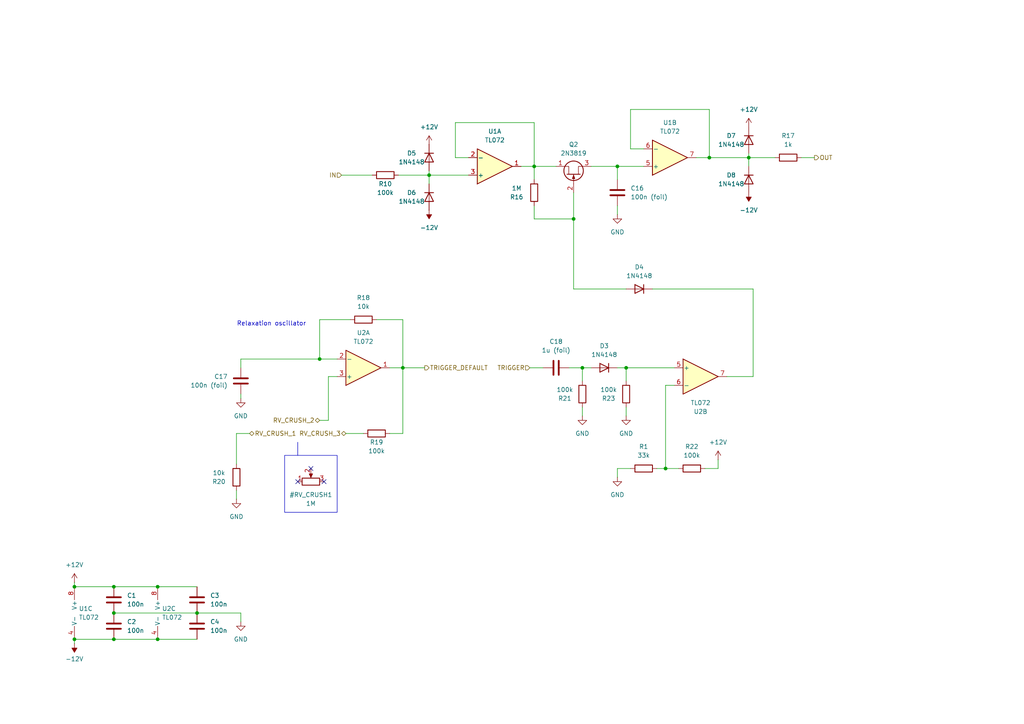
<source format=kicad_sch>
(kicad_sch (version 20250114) (generator "eeschema") (generator_version "9.0")
  (paper "A4")
  (lib_symbols
    (symbol "Amplifier_Operational:TL072" (pin_names (offset 0.127))
      (property "Reference" "U" (at 0 5.08 0))
      (property "Value" "TL072" (at 0 -5.08 0))
      (symbol "TL072_1_1"
        (polyline (pts (xy -5.08 5.08) (xy 5.08 0) (xy -5.08 -5.08) (xy -5.08 5.08)) (stroke (width 0.254)) (fill (type background)))
        (pin input line (at -7.62 2.54 0) (length 2.54) (name "+") (number "3"))
        (pin input line (at -7.62 -2.54 0) (length 2.54) (name "-") (number "2"))
        (pin output line (at 7.62 0 180) (length 2.54) (name "~") (number "1"))
      )
      (symbol "TL072_2_1"
        (polyline (pts (xy -5.08 5.08) (xy 5.08 0) (xy -5.08 -5.08) (xy -5.08 5.08)) (stroke (width 0.254)) (fill (type background)))
        (pin input line (at -7.62 2.54 0) (length 2.54) (name "+") (number "5"))
        (pin input line (at -7.62 -2.54 0) (length 2.54) (name "-") (number "6"))
        (pin output line (at 7.62 0 180) (length 2.54) (name "~") (number "7"))
      )
      (symbol "TL072_3_1"
        (pin power_in line (at -2.54 7.62 270) (length 3.81) (name "V+") (number "8"))
        (pin power_in line (at -2.54 -7.62 90) (length 3.81) (name "V-") (number "4"))
      )
    )
    (symbol "Device:C" (pin_numbers (hide yes)) (pin_names (offset 0.254))
      (property "Reference" "C" (at 0.635 2.54 0))
      (property "Value" "C" (at 0.635 -2.54 0))
      (symbol "C_0_1"
        (polyline (pts (xy -2.032 0.762) (xy 2.032 0.762)) (stroke (width 0.508)))
        (polyline (pts (xy -2.032 -0.762) (xy 2.032 -0.762)) (stroke (width 0.508)))
      )
      (symbol "C_1_1"
        (pin passive line (at 0 3.81 270) (length 2.794) (name "~") (number "1"))
        (pin passive line (at 0 -3.81 90) (length 2.794) (name "~") (number "2"))
      )
    )
    (symbol "Device:D" (pin_numbers (hide yes)) (pin_names (offset 1.016) (hide yes))
      (property "Reference" "D" (at 0 2.54 0))
      (property "Value" "D" (at 0 -2.54 0))
      (symbol "D_0_1"
        (polyline (pts (xy -1.27 1.27) (xy -1.27 -1.27)) (stroke (width 0.254)))
        (polyline (pts (xy 1.27 1.27) (xy 1.27 -1.27) (xy -1.27 0) (xy 1.27 1.27)) (stroke (width 0.254)))
        (polyline (pts (xy 1.27 0) (xy -1.27 0)))
      )
      (symbol "D_1_1"
        (pin passive line (at -3.81 0 0) (length 2.54) (name "K") (number "1"))
        (pin passive line (at 3.81 0 180) (length 2.54) (name "A") (number "2"))
      )
    )
    (symbol "Device:R" (pin_numbers (hide yes)) (pin_names (offset 0))
      (property "Reference" "R" (at 2.032 0 90))
      (property "Value" "R" (at 0 0 90))
      (symbol "R_0_1"
        (rectangle (start -1.016 -2.54) (end 1.016 2.54) (stroke (width 0.254)))
      )
      (symbol "R_1_1"
        (pin passive line (at 0 3.81 270) (length 1.27) (name "~") (number "1"))
        (pin passive line (at 0 -3.81 90) (length 1.27) (name "~") (number "2"))
      )
    )
    (symbol "Device:R_Potentiometer" (pin_names (offset 1.016) (hide yes))
      (property "Reference" "RV" (at -4.445 0 90))
      (property "Value" "R_Potentiometer" (at -2.54 0 90))
      (symbol "R_Potentiometer_0_1"
        (rectangle (start 1.016 2.54) (end -1.016 -2.54) (stroke (width 0.254)))
        (polyline (pts (xy 1.143 0) (xy 2.286 0.508) (xy 2.286 -0.508) (xy 1.143 0)) (fill (type outline)))
        (polyline (pts (xy 2.54 0) (xy 1.524 0)))
      )
      (symbol "R_Potentiometer_1_1"
        (pin passive line (at 0 3.81 270) (length 1.27) (name "1") (number "1"))
        (pin passive line (at 0 -3.81 90) (length 1.27) (name "3") (number "3"))
        (pin passive line (at 3.81 0 180) (length 1.27) (name "2") (number "2"))
      )
    )
    (symbol "Transistor_FET:2N3819" (pin_names (hide yes))
      (property "Reference" "Q" (at 5.08 1.905 0))
      (property "Value" "2N3819" (at 5.08 0 0))
      (symbol "2N3819_0_1"
        (polyline (pts (xy 0 0) (xy -1.016 0.381) (xy -1.016 -0.381) (xy 0 0)) (fill (type outline)))
        (polyline (pts (xy 0.254 1.905) (xy 0.254 -1.905)) (stroke (width 0.254)))
        (polyline (pts (xy 0.254 0) (xy -2.54 0)))
        (circle (center 1.27 0) (radius 2.8194) (stroke (width 0.254)))
        (polyline (pts (xy 2.54 2.54) (xy 2.54 1.397) (xy 0.254 1.397)))
        (polyline (pts (xy 2.54 -2.54) (xy 2.54 -1.397) (xy 0.254 -1.397)))
      )
      (symbol "2N3819_1_1"
        (pin input line (at -5.08 0 0) (length 2.54) (name "G") (number "2"))
        (pin passive line (at 2.54 5.08 270) (length 2.54) (name "D") (number "1"))
        (pin passive line (at 2.54 -5.08 90) (length 2.54) (name "S") (number "3"))
      )
    )
    (symbol "power:+12V" (power) (pin_numbers (hide yes)) (pin_names (offset 0) (hide yes))
      (property "Value" "+12V" (at 0 3.556 0))
      (symbol "+12V_0_1"
        (polyline (pts (xy -0.762 1.27) (xy 0 2.54)))
        (polyline (pts (xy 0 2.54) (xy 0.762 1.27)))
        (polyline (pts (xy 0 0) (xy 0 2.54)))
      )
      (symbol "+12V_1_1"
        (pin power_in line (at 0 0 90) (length 0) (name "~") (number "1"))
      )
    )
    (symbol "power:-12V" (power) (pin_numbers (hide yes)) (pin_names (offset 0) (hide yes))
      (property "Value" "-12V" (at 0 3.556 0))
      (symbol "-12V_0_0"
        (pin power_in line (at 0 0 90) (length 0) (name "~") (number "1"))
      )
      (symbol "-12V_0_1"
        (polyline (pts (xy 0 0) (xy 0 1.27) (xy 0.762 1.27) (xy 0 2.54) (xy -0.762 1.27) (xy 0 1.27)) (fill (type outline)))
      )
    )
    (symbol "power:GND" (power) (pin_numbers (hide yes)) (pin_names (offset 0) (hide yes))
      (property "Value" "GND" (at 0 -3.81 0))
      (symbol "GND_0_1"
        (polyline (pts (xy 0 0) (xy 0 -1.27) (xy 1.27 -1.27) (xy 0 -2.54) (xy -1.27 -1.27) (xy 0 -1.27)))
      )
      (symbol "GND_1_1"
        (pin power_in line (at 0 0 270) (length 0) (name "~") (number "1"))
      )
    )
  )
  (rectangle (start 82.55 132.08) (end 97.79 148.59))
  (text "Relaxation oscillator" (at 78.74 93.98 0) (effects (font (size 1.27 1.27))))
  (junction (at 179.07 48.26))
  (junction (at 45.72 185.42))
  (junction (at 124.46 50.8))
  (junction (at 92.71 104.14))
  (junction (at 217.17 45.72))
  (junction (at 21.59 170.18))
  (junction (at 33.02 185.42))
  (junction (at 21.59 185.42))
  (junction (at 168.91 106.68))
  (junction (at 166.37 63.5))
  (junction (at 45.72 170.18))
  (junction (at 205.74 45.72))
  (junction (at 57.15 177.8))
  (junction (at 116.84 106.68))
  (junction (at 193.04 135.89))
  (junction (at 33.02 170.18))
  (junction (at 154.94 48.26))
  (junction (at 33.02 177.8))
  (junction (at 181.61 106.68))
  (no_connect (at 93.98 139.7))
  (no_connect (at 90.17 135.89))
  (no_connect (at 86.36 139.7))
  (wire (pts (xy 181.61 106.68) (xy 179.07 106.68)))
  (wire (pts (xy 218.44 109.22) (xy 210.82 109.22)))
  (wire (pts (xy 154.94 35.56) (xy 154.94 48.26)))
  (wire (pts (xy 179.07 62.23) (xy 179.07 59.69)))
  (wire (pts (xy 166.37 63.5) (xy 166.37 55.88)))
  (wire (pts (xy 217.17 45.72) (xy 224.79 45.72)))
  (wire (pts (xy 205.74 31.75) (xy 205.74 45.72)))
  (wire (pts (xy 33.02 177.8) (xy 57.15 177.8)))
  (wire (pts (xy 116.84 92.71) (xy 116.84 106.68)))
  (wire (pts (xy 97.79 109.22) (xy 95.25 109.22)))
  (wire (pts (xy 113.03 125.73) (xy 116.84 125.73)))
  (wire (pts (xy 168.91 106.68) (xy 168.91 110.49)))
  (wire (pts (xy 154.94 63.5) (xy 166.37 63.5)))
  (wire (pts (xy 95.25 121.92) (xy 92.71 121.92)))
  (wire (pts (xy 99.06 50.8) (xy 107.95 50.8)))
  (wire (pts (xy 236.22 45.72) (xy 232.41 45.72)))
  (polyline (pts (xy 86.36 128.27) (xy 86.36 132.08)))
  (wire (pts (xy 218.44 109.22) (xy 218.44 83.82)))
  (wire (pts (xy 45.72 170.18) (xy 57.15 170.18)))
  (wire (pts (xy 116.84 125.73) (xy 116.84 106.68)))
  (wire (pts (xy 182.88 43.18) (xy 182.88 31.75)))
  (wire (pts (xy 166.37 83.82) (xy 181.61 83.82)))
  (wire (pts (xy 132.08 35.56) (xy 154.94 35.56)))
  (wire (pts (xy 168.91 120.65) (xy 168.91 118.11)))
  (wire (pts (xy 21.59 168.91) (xy 21.59 170.18)))
  (wire (pts (xy 190.5 135.89) (xy 193.04 135.89)))
  (wire (pts (xy 72.39 125.73) (xy 68.58 125.73)))
  (wire (pts (xy 116.84 106.68) (xy 123.19 106.68)))
  (wire (pts (xy 182.88 135.89) (xy 179.07 135.89)))
  (wire (pts (xy 69.85 115.57) (xy 69.85 114.3)))
  (wire (pts (xy 92.71 92.71) (xy 92.71 104.14)))
  (wire (pts (xy 21.59 185.42) (xy 33.02 185.42)))
  (wire (pts (xy 68.58 144.78) (xy 68.58 142.24)))
  (wire (pts (xy 208.28 133.35) (xy 208.28 135.89)))
  (wire (pts (xy 154.94 48.26) (xy 151.13 48.26)))
  (wire (pts (xy 205.74 45.72) (xy 201.93 45.72)))
  (wire (pts (xy 182.88 31.75) (xy 205.74 31.75)))
  (wire (pts (xy 68.58 125.73) (xy 68.58 134.62)))
  (wire (pts (xy 45.72 185.42) (xy 57.15 185.42)))
  (wire (pts (xy 21.59 186.69) (xy 21.59 185.42)))
  (wire (pts (xy 101.6 92.71) (xy 92.71 92.71)))
  (wire (pts (xy 218.44 83.82) (xy 189.23 83.82)))
  (wire (pts (xy 154.94 48.26) (xy 154.94 52.07)))
  (wire (pts (xy 92.71 104.14) (xy 97.79 104.14)))
  (wire (pts (xy 153.67 106.68) (xy 157.48 106.68)))
  (wire (pts (xy 69.85 180.34) (xy 69.85 177.8)))
  (wire (pts (xy 124.46 50.8) (xy 124.46 53.34)))
  (wire (pts (xy 208.28 135.89) (xy 204.47 135.89)))
  (wire (pts (xy 33.02 185.42) (xy 45.72 185.42)))
  (wire (pts (xy 193.04 135.89) (xy 193.04 111.76)))
  (wire (pts (xy 193.04 135.89) (xy 196.85 135.89)))
  (wire (pts (xy 205.74 45.72) (xy 217.17 45.72)))
  (wire (pts (xy 109.22 92.71) (xy 116.84 92.71)))
  (wire (pts (xy 181.61 106.68) (xy 181.61 110.49)))
  (wire (pts (xy 154.94 48.26) (xy 161.29 48.26)))
  (wire (pts (xy 21.59 170.18) (xy 33.02 170.18)))
  (wire (pts (xy 166.37 63.5) (xy 166.37 83.82)))
  (wire (pts (xy 171.45 106.68) (xy 168.91 106.68)))
  (wire (pts (xy 179.07 48.26) (xy 179.07 52.07)))
  (wire (pts (xy 69.85 104.14) (xy 92.71 104.14)))
  (wire (pts (xy 69.85 106.68) (xy 69.85 104.14)))
  (wire (pts (xy 132.08 45.72) (xy 132.08 35.56)))
  (wire (pts (xy 179.07 135.89) (xy 179.07 138.43)))
  (wire (pts (xy 135.89 45.72) (xy 132.08 45.72)))
  (wire (pts (xy 195.58 106.68) (xy 181.61 106.68)))
  (wire (pts (xy 181.61 120.65) (xy 181.61 118.11)))
  (wire (pts (xy 95.25 109.22) (xy 95.25 121.92)))
  (wire (pts (xy 171.45 48.26) (xy 179.07 48.26)))
  (wire (pts (xy 154.94 59.69) (xy 154.94 63.5)))
  (wire (pts (xy 168.91 106.68) (xy 165.1 106.68)))
  (wire (pts (xy 100.33 125.73) (xy 105.41 125.73)))
  (wire (pts (xy 124.46 50.8) (xy 135.89 50.8)))
  (wire (pts (xy 33.02 170.18) (xy 45.72 170.18)))
  (wire (pts (xy 179.07 48.26) (xy 186.69 48.26)))
  (wire (pts (xy 186.69 43.18) (xy 182.88 43.18)))
  (wire (pts (xy 115.57 50.8) (xy 124.46 50.8)))
  (wire (pts (xy 193.04 111.76) (xy 195.58 111.76)))
  (wire (pts (xy 217.17 45.72) (xy 217.17 48.26)))
  (wire (pts (xy 124.46 49.53) (xy 124.46 50.8)))
  (wire (pts (xy 217.17 44.45) (xy 217.17 45.72)))
  (wire (pts (xy 69.85 177.8) (xy 57.15 177.8)))
  (wire (pts (xy 116.84 106.68) (xy 113.03 106.68)))
  (hierarchical_label "RV_CRUSH_2" (shape bidirectional) (at 92.71 121.92 180))
  (hierarchical_label "RV_CRUSH_3" (shape bidirectional) (at 100.33 125.73 180))
  (hierarchical_label "OUT" (shape output) (at 236.22 45.72 0))
  (hierarchical_label "TRIGGER" (shape input) (at 153.67 106.68 180))
  (hierarchical_label "IN" (shape input) (at 99.06 50.8 180))
  (hierarchical_label "RV_CRUSH_1" (shape bidirectional) (at 72.39 125.73 0))
  (hierarchical_label "TRIGGER_DEFAULT" (shape output) (at 123.19 106.68 0))
  (symbol (lib_id "Amplifier_Operational:TL072") (at 48.26 177.8 0) (unit 3)
    (property "Reference" "U2" (at 46.99 176.53 0) (effects (justify left)))
    (property "Value" "TL072" (at 46.99 179.07 0) (effects (justify left)))
    (property "Footprint" "Package_SO:SOIC-8_3.9x4.9mm_P1.27mm" (effects (hide yes)))
    (property "Datasheet" "http://www.ti.com/lit/ds/symlink/tl071.pdf" (effects (hide yes)))
    (property "LCSC" "C6961" (effects (hide yes)))
    (property "Vendor" "JLCPCB" (effects (hide yes)))
  )
  (symbol (lib_id "power:+12V") (at 208.28 133.35 0) (unit 1)
    (property "Reference" "#PWR035" (effects (hide yes)))
    (property "Value" "+12V" (at 208.28 128.27 0))
    (property "Description" "Power symbol creates a global label with name \"+12V\"" (effects (hide yes)))
  )
  (symbol (lib_id "power:GND") (at 179.07 62.23 0) (unit 1)
    (property "Reference" "#PWR030" (effects (hide yes)))
    (property "Value" "GND" (at 179.07 67.31 0))
    (property "Description" "Power symbol creates a global label with name \"GND\" , ground" (effects (hide yes)))
  )
  (symbol (lib_id "Device:R") (at 200.66 135.89 90) (unit 1)
    (property "Reference" "R22" (at 200.66 129.54 90))
    (property "Value" "100k" (at 200.66 132.08 90))
    (property "Footprint" "Resistor_SMD:R_0603_1608Metric" (effects (hide yes)))
    (property "LCSC" "C25803" (effects (hide yes)))
    (property "Vendor" "JLCPCB" (effects (hide yes)))
  )
  (symbol (lib_id "Device:C") (at 33.02 181.61 0) (unit 1)
    (property "Reference" "C2" (at 36.83 180.34 0) (effects (justify left)))
    (property "Value" "100n" (at 36.83 182.88 0) (effects (justify left)))
    (property "Footprint" "Capacitor_SMD:C_0603_1608Metric" (effects (hide yes)))
    (property "LCSC" "C14663" (effects (hide yes)))
    (property "Vendor" "JLCPCB" (effects (hide yes)))
  )
  (symbol (lib_id "power:-12V") (at 21.59 186.69 180) (unit 1)
    (property "Reference" "#PWR02" (effects (hide yes)))
    (property "Value" "-12V" (at 21.59 191.135 0))
    (property "Description" "Power symbol creates a global label with name \"-12V\"" (effects (hide yes)))
  )
  (symbol (lib_id "Device:C") (at 179.07 55.88 0) (unit 1)
    (property "Reference" "C16" (at 182.88 54.6099 0) (effects (justify left)))
    (property "Value" "100n (foil)" (at 182.88 57.1499 0) (effects (justify left)))
    (property "Footprint" "Capacitor_THT:C_Rect_L7.2mm_W2.5mm_P5.00mm_FKS2_FKP2_MKS2_MKP2" (effects (hide yes)))
    (property "Description" "Unpolarized capacitor" (effects (hide yes)))
  )
  (symbol (lib_id "Device:R") (at 181.61 114.3 180) (unit 1)
    (property "Reference" "R23" (at 176.53 115.57 0))
    (property "Value" "100k" (at 176.53 113.03 0))
    (property "Footprint" "Resistor_SMD:R_0603_1608Metric" (effects (hide yes)))
    (property "LCSC" "C25803" (effects (hide yes)))
    (property "Vendor" "JLCPCB" (effects (hide yes)))
  )
  (symbol (lib_id "Device:R") (at 168.91 114.3 180) (unit 1)
    (property "Reference" "R21" (at 163.83 115.57 0))
    (property "Value" "100k" (at 163.83 113.03 0))
    (property "Footprint" "Resistor_SMD:R_0603_1608Metric" (effects (hide yes)))
    (property "LCSC" "C25803" (effects (hide yes)))
    (property "Vendor" "JLCPCB" (effects (hide yes)))
  )
  (symbol (lib_id "power:-12V") (at 217.17 55.88 180) (unit 1)
    (property "Reference" "#PWR044" (effects (hide yes)))
    (property "Value" "-12V" (at 217.17 60.96 0))
    (property "Description" "Power symbol creates a global label with name \"-12V\"" (effects (hide yes)))
  )
  (symbol (lib_id "Device:R") (at 154.94 55.88 180) (unit 1)
    (property "Reference" "R16" (at 149.86 57.15 0))
    (property "Value" "1M" (at 149.86 54.61 0))
    (property "Footprint" "Resistor_SMD:R_0603_1608Metric" (effects (hide yes)))
    (property "Vendor" "JLCPCB" (effects (hide yes)))
  )
  (symbol (lib_id "Device:D") (at 124.46 57.15 90) (mirror x) (unit 1)
    (property "Reference" "D6" (at 119.38 55.88 90))
    (property "Value" "1N4148" (at 119.38 58.42 90))
    (property "Footprint" "Diode_SMD:D_SOD-123" (effects (hide yes)))
    (property "LCSC" "C81598" (effects (hide yes)))
    (property "Sim.Device" "D" (effects (hide yes)))
    (property "Sim.Pins" "1=K 2=A" (effects (hide yes)))
    (property "Vendor" "JLCPCB" (effects (hide yes)))
  )
  (symbol (lib_id "Device:D") (at 175.26 106.68 0) (mirror y) (unit 1)
    (property "Reference" "D3" (at 175.26 100.33 0))
    (property "Value" "1N4148" (at 175.26 102.87 0))
    (property "Footprint" "Diode_SMD:D_SOD-123" (effects (hide yes)))
    (property "LCSC" "C81598" (effects (hide yes)))
    (property "Sim.Device" "D" (effects (hide yes)))
    (property "Sim.Pins" "1=K 2=A" (effects (hide yes)))
    (property "Vendor" "JLCPCB" (effects (hide yes)))
  )
  (symbol (lib_id "Device:R") (at 186.69 135.89 90) (unit 1)
    (property "Reference" "R1" (at 186.69 129.54 90))
    (property "Value" "33k" (at 186.69 132.08 90))
    (property "Footprint" "Resistor_SMD:R_0603_1608Metric" (effects (hide yes)))
    (property "Vendor" "JLCPCB" (effects (hide yes)))
  )
  (symbol (lib_id "Device:R") (at 228.6 45.72 90) (unit 1)
    (property "Reference" "R17" (at 228.6 39.37 90))
    (property "Value" "1k" (at 228.6 41.91 90))
    (property "Footprint" "Resistor_SMD:R_0603_1608Metric" (effects (hide yes)))
    (property "LCSC" "C21190" (effects (hide yes)))
    (property "Vendor" "JLCPCB" (effects (hide yes)))
  )
  (symbol (lib_id "Device:D") (at 124.46 45.72 90) (mirror x) (unit 1)
    (property "Reference" "D5" (at 119.38 44.45 90))
    (property "Value" "1N4148" (at 119.38 46.99 90))
    (property "Footprint" "Diode_SMD:D_SOD-123" (effects (hide yes)))
    (property "LCSC" "C81598" (effects (hide yes)))
    (property "Sim.Device" "D" (effects (hide yes)))
    (property "Sim.Pins" "1=K 2=A" (effects (hide yes)))
    (property "Vendor" "JLCPCB" (effects (hide yes)))
  )
  (symbol (lib_id "power:GND") (at 179.07 138.43 0) (unit 1)
    (property "Reference" "#PWR034" (effects (hide yes)))
    (property "Value" "GND" (at 179.07 143.51 0))
    (property "Description" "Power symbol creates a global label with name \"GND\" , ground" (effects (hide yes)))
  )
  (symbol (lib_id "power:GND") (at 181.61 120.65 0) (unit 1)
    (property "Reference" "#PWR036" (effects (hide yes)))
    (property "Value" "GND" (at 181.61 125.73 0))
    (property "Description" "Power symbol creates a global label with name \"GND\" , ground" (effects (hide yes)))
  )
  (symbol (lib_id "Device:R") (at 111.76 50.8 90) (unit 1)
    (property "Reference" "R10" (at 111.76 53.34 90))
    (property "Value" "100k" (at 111.76 55.88 90))
    (property "Footprint" "Resistor_SMD:R_0603_1608Metric" (effects (hide yes)))
    (property "LCSC" "C25803" (effects (hide yes)))
    (property "Vendor" "JLCPCB" (effects (hide yes)))
  )
  (symbol (lib_id "power:GND") (at 69.85 115.57 0) (unit 1)
    (property "Reference" "#PWR032" (effects (hide yes)))
    (property "Value" "GND" (at 69.85 120.65 0))
    (property "Description" "Power symbol creates a global label with name \"GND\" , ground" (effects (hide yes)))
  )
  (symbol (lib_id "Amplifier_Operational:TL072") (at 143.51 48.26 0) (mirror x) (unit 1)
    (property "Reference" "U1" (at 143.51 38.1 0))
    (property "Value" "TL072" (at 143.51 40.64 0))
    (property "Footprint" "Package_SO:SOIC-8_3.9x4.9mm_P1.27mm" (effects (hide yes)))
    (property "Datasheet" "http://www.ti.com/lit/ds/symlink/tl071.pdf" (effects (hide yes)))
    (property "LCSC" "C6961" (effects (hide yes)))
    (property "Vendor" "JLCPCB" (effects (hide yes)))
  )
  (symbol (lib_id "Device:R") (at 109.22 125.73 90) (unit 1)
    (property "Reference" "R19" (at 109.22 128.27 90))
    (property "Value" "100k" (at 109.22 130.81 90))
    (property "Footprint" "Resistor_SMD:R_0603_1608Metric" (effects (hide yes)))
    (property "LCSC" "C25803" (effects (hide yes)))
    (property "Vendor" "JLCPCB" (effects (hide yes)))
  )
  (symbol (lib_id "Device:R") (at 105.41 92.71 90) (unit 1)
    (property "Reference" "R18" (at 105.41 86.36 90))
    (property "Value" "10k" (at 105.41 88.9 90))
    (property "Footprint" "Resistor_SMD:R_0603_1608Metric" (effects (hide yes)))
    (property "LCSC" "C25804" (effects (hide yes)))
    (property "Vendor" "JLCPCB" (effects (hide yes)))
  )
  (symbol (lib_id "Amplifier_Operational:TL072") (at 105.41 106.68 0) (mirror x) (unit 1)
    (property "Reference" "U2" (at 105.41 96.52 0))
    (property "Value" "TL072" (at 105.41 99.06 0))
    (property "Footprint" "Package_SO:SOIC-8_3.9x4.9mm_P1.27mm" (effects (hide yes)))
    (property "Datasheet" "http://www.ti.com/lit/ds/symlink/tl071.pdf" (effects (hide yes)))
    (property "LCSC" "C6961" (effects (hide yes)))
    (property "Vendor" "JLCPCB" (effects (hide yes)))
  )
  (symbol (lib_id "power:GND") (at 68.58 144.78 0) (unit 1)
    (property "Reference" "#PWR031" (effects (hide yes)))
    (property "Value" "GND" (at 68.58 149.86 0))
    (property "Description" "Power symbol creates a global label with name \"GND\" , ground" (effects (hide yes)))
  )
  (symbol (lib_id "Device:C") (at 57.15 173.99 0) (unit 1)
    (property "Reference" "C3" (at 60.96 172.72 0) (effects (justify left)))
    (property "Value" "100n" (at 60.96 175.26 0) (effects (justify left)))
    (property "Footprint" "Capacitor_SMD:C_0603_1608Metric" (effects (hide yes)))
    (property "LCSC" "C14663" (effects (hide yes)))
    (property "Vendor" "JLCPCB" (effects (hide yes)))
  )
  (symbol (lib_id "Device:D") (at 217.17 40.64 90) (mirror x) (unit 1)
    (property "Reference" "D7" (at 212.09 39.37 90))
    (property "Value" "1N4148" (at 212.09 41.91 90))
    (property "Footprint" "Diode_SMD:D_SOD-123" (effects (hide yes)))
    (property "LCSC" "C81598" (effects (hide yes)))
    (property "Sim.Device" "D" (effects (hide yes)))
    (property "Sim.Pins" "1=K 2=A" (effects (hide yes)))
    (property "Vendor" "JLCPCB" (effects (hide yes)))
  )
  (symbol (lib_id "power:-12V") (at 124.46 60.96 180) (unit 1)
    (property "Reference" "#PWR042" (effects (hide yes)))
    (property "Value" "-12V" (at 124.46 66.04 0))
    (property "Description" "Power symbol creates a global label with name \"-12V\"" (effects (hide yes)))
  )
  (symbol (lib_id "Device:D") (at 217.17 52.07 90) (mirror x) (unit 1)
    (property "Reference" "D8" (at 212.09 50.8 90))
    (property "Value" "1N4148" (at 212.09 53.34 90))
    (property "Footprint" "Diode_SMD:D_SOD-123" (effects (hide yes)))
    (property "LCSC" "C81598" (effects (hide yes)))
    (property "Sim.Device" "D" (effects (hide yes)))
    (property "Sim.Pins" "1=K 2=A" (effects (hide yes)))
    (property "Vendor" "JLCPCB" (effects (hide yes)))
  )
  (symbol (lib_id "power:+12V") (at 21.59 168.91 0) (unit 1)
    (property "Reference" "#PWR01" (effects (hide yes)))
    (property "Value" "+12V" (at 21.59 163.83 0))
    (property "Description" "Power symbol creates a global label with name \"+12V\"" (effects (hide yes)))
  )
  (symbol (lib_id "Device:R_Potentiometer") (at 90.17 139.7 90) (unit 1)
    (property "Reference" "#RV_CRUSH1" (at 90.17 143.51 90))
    (property "Value" "1M" (at 90.17 146.05 90))
    (property "Description" "Potentiometer" (effects (hide yes)))
  )
  (symbol (lib_id "Amplifier_Operational:TL072") (at 194.31 45.72 0) (mirror x) (unit 2)
    (property "Reference" "U1" (at 194.31 35.56 0))
    (property "Value" "TL072" (at 194.31 38.1 0))
    (property "Footprint" "Package_SO:SOIC-8_3.9x4.9mm_P1.27mm" (effects (hide yes)))
    (property "Datasheet" "http://www.ti.com/lit/ds/symlink/tl071.pdf" (effects (hide yes)))
    (property "LCSC" "C6961" (effects (hide yes)))
    (property "Vendor" "JLCPCB" (effects (hide yes)))
  )
  (symbol (lib_id "power:+12V") (at 217.17 36.83 0) (unit 1)
    (property "Reference" "#PWR043" (effects (hide yes)))
    (property "Value" "+12V" (at 217.17 31.75 0))
    (property "Description" "Power symbol creates a global label with name \"+12V\"" (effects (hide yes)))
  )
  (symbol (lib_id "power:GND") (at 168.91 120.65 0) (unit 1)
    (property "Reference" "#PWR033" (effects (hide yes)))
    (property "Value" "GND" (at 168.91 125.73 0))
    (property "Description" "Power symbol creates a global label with name \"GND\" , ground" (effects (hide yes)))
  )
  (symbol (lib_id "power:+12V") (at 124.46 41.91 0) (unit 1)
    (property "Reference" "#PWR027" (effects (hide yes)))
    (property "Value" "+12V" (at 124.46 36.83 0))
    (property "Description" "Power symbol creates a global label with name \"+12V\"" (effects (hide yes)))
  )
  (symbol (lib_id "Amplifier_Operational:TL072") (at 203.2 109.22 0) (unit 2)
    (property "Reference" "U2" (at 203.2 119.38 0))
    (property "Value" "TL072" (at 203.2 116.84 0))
    (property "Footprint" "Package_SO:SOIC-8_3.9x4.9mm_P1.27mm" (effects (hide yes)))
    (property "Datasheet" "http://www.ti.com/lit/ds/symlink/tl071.pdf" (effects (hide yes)))
    (property "LCSC" "C6961" (effects (hide yes)))
    (property "Vendor" "JLCPCB" (effects (hide yes)))
  )
  (symbol (lib_id "Device:R") (at 68.58 138.43 180) (unit 1)
    (property "Reference" "R20" (at 63.5 139.7 0))
    (property "Value" "10k" (at 63.5 137.16 0))
    (property "Footprint" "Resistor_SMD:R_0603_1608Metric" (effects (hide yes)))
    (property "LCSC" "C25804" (effects (hide yes)))
    (property "Vendor" "JLCPCB" (effects (hide yes)))
  )
  (symbol (lib_id "Device:C") (at 161.29 106.68 90) (unit 1)
    (property "Reference" "C18" (at 161.29 99.06 90))
    (property "Value" "1u (foil)" (at 161.29 101.6 90))
    (property "Footprint" "Capacitor_THT:C_Rect_L7.0mm_W4.5mm_P5.00mm" (effects (hide yes)))
    (property "Description" "Unpolarized capacitor" (effects (hide yes)))
  )
  (symbol (lib_id "Amplifier_Operational:TL072") (at 24.13 177.8 0) (unit 3)
    (property "Reference" "U1" (at 22.86 176.53 0) (effects (justify left)))
    (property "Value" "TL072" (at 22.86 179.07 0) (effects (justify left)))
    (property "Footprint" "Package_SO:SOIC-8_3.9x4.9mm_P1.27mm" (effects (hide yes)))
    (property "Datasheet" "http://www.ti.com/lit/ds/symlink/tl071.pdf" (effects (hide yes)))
    (property "LCSC" "C6961" (effects (hide yes)))
    (property "Vendor" "JLCPCB" (effects (hide yes)))
  )
  (symbol (lib_id "Device:C") (at 57.15 181.61 0) (unit 1)
    (property "Reference" "C4" (at 60.96 180.34 0) (effects (justify left)))
    (property "Value" "100n" (at 60.96 182.88 0) (effects (justify left)))
    (property "Footprint" "Capacitor_SMD:C_0603_1608Metric" (effects (hide yes)))
    (property "LCSC" "C14663" (effects (hide yes)))
    (property "Vendor" "JLCPCB" (effects (hide yes)))
  )
  (symbol (lib_id "power:GND") (at 69.85 180.34 0) (unit 1)
    (property "Reference" "#PWR03" (effects (hide yes)))
    (property "Value" "GND" (at 69.85 185.42 0))
    (property "Description" "Power symbol creates a global label with name \"GND\" , ground" (effects (hide yes)))
  )
  (symbol (lib_id "Device:C") (at 69.85 110.49 0) (mirror y) (unit 1)
    (property "Reference" "C17" (at 66.04 109.2199 0) (effects (justify left)))
    (property "Value" "100n (foil)" (at 66.04 111.7599 0) (effects (justify left)))
    (property "Footprint" "Capacitor_THT:C_Rect_L7.2mm_W2.5mm_P5.00mm_FKS2_FKP2_MKS2_MKP2" (effects (hide yes)))
    (property "Description" "Unpolarized capacitor" (effects (hide yes)))
  )
  (symbol (lib_id "Transistor_FET:2N3819") (at 166.37 50.8 90) (unit 1)
    (property "Reference" "Q2" (at 166.37 41.91 90))
    (property "Value" "2N3819" (at 166.37 44.45 90))
    (property "Footprint" "Package_TO_SOT_THT:TO-92_Inline_Wide" (effects (hide yes)))
    (property "Datasheet" "https://my.centralsemi.com/datasheets/2N3819.PDF" (effects (hide yes)))
    (property "Description" "20mA Id, 25V Vgs, N-Channel JFET Transistor, TO-92" (effects (hide yes)))
  )
  (symbol (lib_id "Device:C") (at 33.02 173.99 0) (unit 1)
    (property "Reference" "C1" (at 36.83 172.72 0) (effects (justify left)))
    (property "Value" "100n" (at 36.83 175.26 0) (effects (justify left)))
    (property "Footprint" "Capacitor_SMD:C_0603_1608Metric" (effects (hide yes)))
    (property "LCSC" "C14663" (effects (hide yes)))
    (property "Vendor" "JLCPCB" (effects (hide yes)))
  )
  (symbol (lib_id "Device:D") (at 185.42 83.82 0) (mirror y) (unit 1)
    (property "Reference" "D4" (at 185.42 77.47 0))
    (property "Value" "1N4148" (at 185.42 80.01 0))
    (property "Footprint" "Diode_SMD:D_SOD-123" (effects (hide yes)))
    (property "LCSC" "C81598" (effects (hide yes)))
    (property "Sim.Device" "D" (effects (hide yes)))
    (property "Sim.Pins" "1=K 2=A" (effects (hide yes)))
    (property "Vendor" "JLCPCB" (effects (hide yes)))
  )
)
</source>
